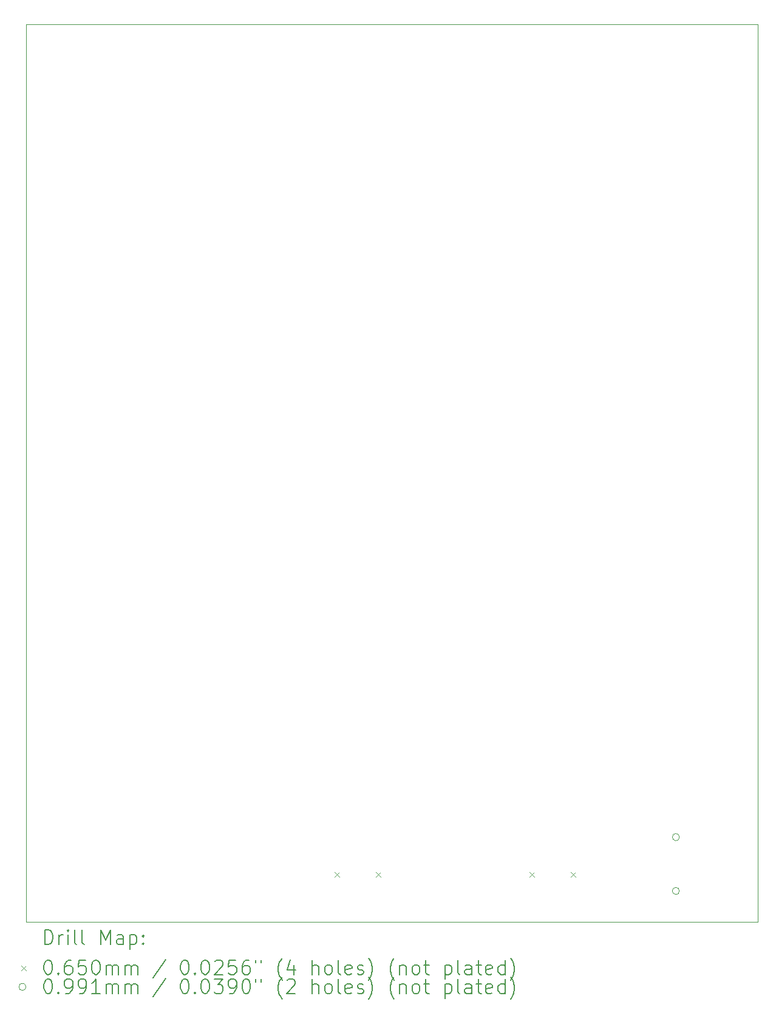
<source format=gbr>
%TF.GenerationSoftware,KiCad,Pcbnew,8.0.4*%
%TF.CreationDate,2025-02-20T16:09:42-05:00*%
%TF.ProjectId,Radiation2,52616469-6174-4696-9f6e-322e6b696361,rev?*%
%TF.SameCoordinates,Original*%
%TF.FileFunction,Drillmap*%
%TF.FilePolarity,Positive*%
%FSLAX45Y45*%
G04 Gerber Fmt 4.5, Leading zero omitted, Abs format (unit mm)*
G04 Created by KiCad (PCBNEW 8.0.4) date 2025-02-20 16:09:42*
%MOMM*%
%LPD*%
G01*
G04 APERTURE LIST*
%ADD10C,0.050000*%
%ADD11C,0.200000*%
%ADD12C,0.100000*%
G04 APERTURE END LIST*
D10*
X3720000Y-6190000D02*
X13920000Y-6190000D01*
X13920000Y-18690000D01*
X3720000Y-18690000D01*
X3720000Y-6190000D01*
D11*
D12*
X8020750Y-17999500D02*
X8085750Y-18064500D01*
X8085750Y-17999500D02*
X8020750Y-18064500D01*
X8598750Y-17999500D02*
X8663750Y-18064500D01*
X8663750Y-17999500D02*
X8598750Y-18064500D01*
X10738500Y-17999500D02*
X10803500Y-18064500D01*
X10803500Y-17999500D02*
X10738500Y-18064500D01*
X11316500Y-17999500D02*
X11381500Y-18064500D01*
X11381500Y-17999500D02*
X11316500Y-18064500D01*
X12829530Y-17510000D02*
G75*
G02*
X12730470Y-17510000I-49530J0D01*
G01*
X12730470Y-17510000D02*
G75*
G02*
X12829530Y-17510000I49530J0D01*
G01*
X12829530Y-18260000D02*
G75*
G02*
X12730470Y-18260000I-49530J0D01*
G01*
X12730470Y-18260000D02*
G75*
G02*
X12829530Y-18260000I49530J0D01*
G01*
D11*
X3978277Y-19003984D02*
X3978277Y-18803984D01*
X3978277Y-18803984D02*
X4025896Y-18803984D01*
X4025896Y-18803984D02*
X4054467Y-18813508D01*
X4054467Y-18813508D02*
X4073515Y-18832555D01*
X4073515Y-18832555D02*
X4083039Y-18851603D01*
X4083039Y-18851603D02*
X4092562Y-18889698D01*
X4092562Y-18889698D02*
X4092562Y-18918270D01*
X4092562Y-18918270D02*
X4083039Y-18956365D01*
X4083039Y-18956365D02*
X4073515Y-18975412D01*
X4073515Y-18975412D02*
X4054467Y-18994460D01*
X4054467Y-18994460D02*
X4025896Y-19003984D01*
X4025896Y-19003984D02*
X3978277Y-19003984D01*
X4178277Y-19003984D02*
X4178277Y-18870650D01*
X4178277Y-18908746D02*
X4187801Y-18889698D01*
X4187801Y-18889698D02*
X4197324Y-18880174D01*
X4197324Y-18880174D02*
X4216372Y-18870650D01*
X4216372Y-18870650D02*
X4235420Y-18870650D01*
X4302086Y-19003984D02*
X4302086Y-18870650D01*
X4302086Y-18803984D02*
X4292563Y-18813508D01*
X4292563Y-18813508D02*
X4302086Y-18823031D01*
X4302086Y-18823031D02*
X4311610Y-18813508D01*
X4311610Y-18813508D02*
X4302086Y-18803984D01*
X4302086Y-18803984D02*
X4302086Y-18823031D01*
X4425896Y-19003984D02*
X4406848Y-18994460D01*
X4406848Y-18994460D02*
X4397324Y-18975412D01*
X4397324Y-18975412D02*
X4397324Y-18803984D01*
X4530658Y-19003984D02*
X4511610Y-18994460D01*
X4511610Y-18994460D02*
X4502086Y-18975412D01*
X4502086Y-18975412D02*
X4502086Y-18803984D01*
X4759229Y-19003984D02*
X4759229Y-18803984D01*
X4759229Y-18803984D02*
X4825896Y-18946841D01*
X4825896Y-18946841D02*
X4892563Y-18803984D01*
X4892563Y-18803984D02*
X4892563Y-19003984D01*
X5073515Y-19003984D02*
X5073515Y-18899222D01*
X5073515Y-18899222D02*
X5063991Y-18880174D01*
X5063991Y-18880174D02*
X5044944Y-18870650D01*
X5044944Y-18870650D02*
X5006848Y-18870650D01*
X5006848Y-18870650D02*
X4987801Y-18880174D01*
X5073515Y-18994460D02*
X5054467Y-19003984D01*
X5054467Y-19003984D02*
X5006848Y-19003984D01*
X5006848Y-19003984D02*
X4987801Y-18994460D01*
X4987801Y-18994460D02*
X4978277Y-18975412D01*
X4978277Y-18975412D02*
X4978277Y-18956365D01*
X4978277Y-18956365D02*
X4987801Y-18937317D01*
X4987801Y-18937317D02*
X5006848Y-18927793D01*
X5006848Y-18927793D02*
X5054467Y-18927793D01*
X5054467Y-18927793D02*
X5073515Y-18918270D01*
X5168753Y-18870650D02*
X5168753Y-19070650D01*
X5168753Y-18880174D02*
X5187801Y-18870650D01*
X5187801Y-18870650D02*
X5225896Y-18870650D01*
X5225896Y-18870650D02*
X5244944Y-18880174D01*
X5244944Y-18880174D02*
X5254467Y-18889698D01*
X5254467Y-18889698D02*
X5263991Y-18908746D01*
X5263991Y-18908746D02*
X5263991Y-18965889D01*
X5263991Y-18965889D02*
X5254467Y-18984936D01*
X5254467Y-18984936D02*
X5244944Y-18994460D01*
X5244944Y-18994460D02*
X5225896Y-19003984D01*
X5225896Y-19003984D02*
X5187801Y-19003984D01*
X5187801Y-19003984D02*
X5168753Y-18994460D01*
X5349705Y-18984936D02*
X5359229Y-18994460D01*
X5359229Y-18994460D02*
X5349705Y-19003984D01*
X5349705Y-19003984D02*
X5340182Y-18994460D01*
X5340182Y-18994460D02*
X5349705Y-18984936D01*
X5349705Y-18984936D02*
X5349705Y-19003984D01*
X5349705Y-18880174D02*
X5359229Y-18889698D01*
X5359229Y-18889698D02*
X5349705Y-18899222D01*
X5349705Y-18899222D02*
X5340182Y-18889698D01*
X5340182Y-18889698D02*
X5349705Y-18880174D01*
X5349705Y-18880174D02*
X5349705Y-18899222D01*
D12*
X3652500Y-19300000D02*
X3717500Y-19365000D01*
X3717500Y-19300000D02*
X3652500Y-19365000D01*
D11*
X4016372Y-19223984D02*
X4035420Y-19223984D01*
X4035420Y-19223984D02*
X4054467Y-19233508D01*
X4054467Y-19233508D02*
X4063991Y-19243031D01*
X4063991Y-19243031D02*
X4073515Y-19262079D01*
X4073515Y-19262079D02*
X4083039Y-19300174D01*
X4083039Y-19300174D02*
X4083039Y-19347793D01*
X4083039Y-19347793D02*
X4073515Y-19385889D01*
X4073515Y-19385889D02*
X4063991Y-19404936D01*
X4063991Y-19404936D02*
X4054467Y-19414460D01*
X4054467Y-19414460D02*
X4035420Y-19423984D01*
X4035420Y-19423984D02*
X4016372Y-19423984D01*
X4016372Y-19423984D02*
X3997324Y-19414460D01*
X3997324Y-19414460D02*
X3987801Y-19404936D01*
X3987801Y-19404936D02*
X3978277Y-19385889D01*
X3978277Y-19385889D02*
X3968753Y-19347793D01*
X3968753Y-19347793D02*
X3968753Y-19300174D01*
X3968753Y-19300174D02*
X3978277Y-19262079D01*
X3978277Y-19262079D02*
X3987801Y-19243031D01*
X3987801Y-19243031D02*
X3997324Y-19233508D01*
X3997324Y-19233508D02*
X4016372Y-19223984D01*
X4168753Y-19404936D02*
X4178277Y-19414460D01*
X4178277Y-19414460D02*
X4168753Y-19423984D01*
X4168753Y-19423984D02*
X4159229Y-19414460D01*
X4159229Y-19414460D02*
X4168753Y-19404936D01*
X4168753Y-19404936D02*
X4168753Y-19423984D01*
X4349705Y-19223984D02*
X4311610Y-19223984D01*
X4311610Y-19223984D02*
X4292563Y-19233508D01*
X4292563Y-19233508D02*
X4283039Y-19243031D01*
X4283039Y-19243031D02*
X4263991Y-19271603D01*
X4263991Y-19271603D02*
X4254467Y-19309698D01*
X4254467Y-19309698D02*
X4254467Y-19385889D01*
X4254467Y-19385889D02*
X4263991Y-19404936D01*
X4263991Y-19404936D02*
X4273515Y-19414460D01*
X4273515Y-19414460D02*
X4292563Y-19423984D01*
X4292563Y-19423984D02*
X4330658Y-19423984D01*
X4330658Y-19423984D02*
X4349705Y-19414460D01*
X4349705Y-19414460D02*
X4359229Y-19404936D01*
X4359229Y-19404936D02*
X4368753Y-19385889D01*
X4368753Y-19385889D02*
X4368753Y-19338270D01*
X4368753Y-19338270D02*
X4359229Y-19319222D01*
X4359229Y-19319222D02*
X4349705Y-19309698D01*
X4349705Y-19309698D02*
X4330658Y-19300174D01*
X4330658Y-19300174D02*
X4292563Y-19300174D01*
X4292563Y-19300174D02*
X4273515Y-19309698D01*
X4273515Y-19309698D02*
X4263991Y-19319222D01*
X4263991Y-19319222D02*
X4254467Y-19338270D01*
X4549705Y-19223984D02*
X4454467Y-19223984D01*
X4454467Y-19223984D02*
X4444944Y-19319222D01*
X4444944Y-19319222D02*
X4454467Y-19309698D01*
X4454467Y-19309698D02*
X4473515Y-19300174D01*
X4473515Y-19300174D02*
X4521134Y-19300174D01*
X4521134Y-19300174D02*
X4540182Y-19309698D01*
X4540182Y-19309698D02*
X4549705Y-19319222D01*
X4549705Y-19319222D02*
X4559229Y-19338270D01*
X4559229Y-19338270D02*
X4559229Y-19385889D01*
X4559229Y-19385889D02*
X4549705Y-19404936D01*
X4549705Y-19404936D02*
X4540182Y-19414460D01*
X4540182Y-19414460D02*
X4521134Y-19423984D01*
X4521134Y-19423984D02*
X4473515Y-19423984D01*
X4473515Y-19423984D02*
X4454467Y-19414460D01*
X4454467Y-19414460D02*
X4444944Y-19404936D01*
X4683039Y-19223984D02*
X4702086Y-19223984D01*
X4702086Y-19223984D02*
X4721134Y-19233508D01*
X4721134Y-19233508D02*
X4730658Y-19243031D01*
X4730658Y-19243031D02*
X4740182Y-19262079D01*
X4740182Y-19262079D02*
X4749705Y-19300174D01*
X4749705Y-19300174D02*
X4749705Y-19347793D01*
X4749705Y-19347793D02*
X4740182Y-19385889D01*
X4740182Y-19385889D02*
X4730658Y-19404936D01*
X4730658Y-19404936D02*
X4721134Y-19414460D01*
X4721134Y-19414460D02*
X4702086Y-19423984D01*
X4702086Y-19423984D02*
X4683039Y-19423984D01*
X4683039Y-19423984D02*
X4663991Y-19414460D01*
X4663991Y-19414460D02*
X4654467Y-19404936D01*
X4654467Y-19404936D02*
X4644944Y-19385889D01*
X4644944Y-19385889D02*
X4635420Y-19347793D01*
X4635420Y-19347793D02*
X4635420Y-19300174D01*
X4635420Y-19300174D02*
X4644944Y-19262079D01*
X4644944Y-19262079D02*
X4654467Y-19243031D01*
X4654467Y-19243031D02*
X4663991Y-19233508D01*
X4663991Y-19233508D02*
X4683039Y-19223984D01*
X4835420Y-19423984D02*
X4835420Y-19290650D01*
X4835420Y-19309698D02*
X4844944Y-19300174D01*
X4844944Y-19300174D02*
X4863991Y-19290650D01*
X4863991Y-19290650D02*
X4892563Y-19290650D01*
X4892563Y-19290650D02*
X4911610Y-19300174D01*
X4911610Y-19300174D02*
X4921134Y-19319222D01*
X4921134Y-19319222D02*
X4921134Y-19423984D01*
X4921134Y-19319222D02*
X4930658Y-19300174D01*
X4930658Y-19300174D02*
X4949705Y-19290650D01*
X4949705Y-19290650D02*
X4978277Y-19290650D01*
X4978277Y-19290650D02*
X4997325Y-19300174D01*
X4997325Y-19300174D02*
X5006848Y-19319222D01*
X5006848Y-19319222D02*
X5006848Y-19423984D01*
X5102086Y-19423984D02*
X5102086Y-19290650D01*
X5102086Y-19309698D02*
X5111610Y-19300174D01*
X5111610Y-19300174D02*
X5130658Y-19290650D01*
X5130658Y-19290650D02*
X5159229Y-19290650D01*
X5159229Y-19290650D02*
X5178277Y-19300174D01*
X5178277Y-19300174D02*
X5187801Y-19319222D01*
X5187801Y-19319222D02*
X5187801Y-19423984D01*
X5187801Y-19319222D02*
X5197325Y-19300174D01*
X5197325Y-19300174D02*
X5216372Y-19290650D01*
X5216372Y-19290650D02*
X5244944Y-19290650D01*
X5244944Y-19290650D02*
X5263991Y-19300174D01*
X5263991Y-19300174D02*
X5273515Y-19319222D01*
X5273515Y-19319222D02*
X5273515Y-19423984D01*
X5663991Y-19214460D02*
X5492563Y-19471603D01*
X5921134Y-19223984D02*
X5940182Y-19223984D01*
X5940182Y-19223984D02*
X5959229Y-19233508D01*
X5959229Y-19233508D02*
X5968753Y-19243031D01*
X5968753Y-19243031D02*
X5978277Y-19262079D01*
X5978277Y-19262079D02*
X5987801Y-19300174D01*
X5987801Y-19300174D02*
X5987801Y-19347793D01*
X5987801Y-19347793D02*
X5978277Y-19385889D01*
X5978277Y-19385889D02*
X5968753Y-19404936D01*
X5968753Y-19404936D02*
X5959229Y-19414460D01*
X5959229Y-19414460D02*
X5940182Y-19423984D01*
X5940182Y-19423984D02*
X5921134Y-19423984D01*
X5921134Y-19423984D02*
X5902086Y-19414460D01*
X5902086Y-19414460D02*
X5892563Y-19404936D01*
X5892563Y-19404936D02*
X5883039Y-19385889D01*
X5883039Y-19385889D02*
X5873515Y-19347793D01*
X5873515Y-19347793D02*
X5873515Y-19300174D01*
X5873515Y-19300174D02*
X5883039Y-19262079D01*
X5883039Y-19262079D02*
X5892563Y-19243031D01*
X5892563Y-19243031D02*
X5902086Y-19233508D01*
X5902086Y-19233508D02*
X5921134Y-19223984D01*
X6073515Y-19404936D02*
X6083039Y-19414460D01*
X6083039Y-19414460D02*
X6073515Y-19423984D01*
X6073515Y-19423984D02*
X6063991Y-19414460D01*
X6063991Y-19414460D02*
X6073515Y-19404936D01*
X6073515Y-19404936D02*
X6073515Y-19423984D01*
X6206848Y-19223984D02*
X6225896Y-19223984D01*
X6225896Y-19223984D02*
X6244944Y-19233508D01*
X6244944Y-19233508D02*
X6254467Y-19243031D01*
X6254467Y-19243031D02*
X6263991Y-19262079D01*
X6263991Y-19262079D02*
X6273515Y-19300174D01*
X6273515Y-19300174D02*
X6273515Y-19347793D01*
X6273515Y-19347793D02*
X6263991Y-19385889D01*
X6263991Y-19385889D02*
X6254467Y-19404936D01*
X6254467Y-19404936D02*
X6244944Y-19414460D01*
X6244944Y-19414460D02*
X6225896Y-19423984D01*
X6225896Y-19423984D02*
X6206848Y-19423984D01*
X6206848Y-19423984D02*
X6187801Y-19414460D01*
X6187801Y-19414460D02*
X6178277Y-19404936D01*
X6178277Y-19404936D02*
X6168753Y-19385889D01*
X6168753Y-19385889D02*
X6159229Y-19347793D01*
X6159229Y-19347793D02*
X6159229Y-19300174D01*
X6159229Y-19300174D02*
X6168753Y-19262079D01*
X6168753Y-19262079D02*
X6178277Y-19243031D01*
X6178277Y-19243031D02*
X6187801Y-19233508D01*
X6187801Y-19233508D02*
X6206848Y-19223984D01*
X6349706Y-19243031D02*
X6359229Y-19233508D01*
X6359229Y-19233508D02*
X6378277Y-19223984D01*
X6378277Y-19223984D02*
X6425896Y-19223984D01*
X6425896Y-19223984D02*
X6444944Y-19233508D01*
X6444944Y-19233508D02*
X6454467Y-19243031D01*
X6454467Y-19243031D02*
X6463991Y-19262079D01*
X6463991Y-19262079D02*
X6463991Y-19281127D01*
X6463991Y-19281127D02*
X6454467Y-19309698D01*
X6454467Y-19309698D02*
X6340182Y-19423984D01*
X6340182Y-19423984D02*
X6463991Y-19423984D01*
X6644944Y-19223984D02*
X6549706Y-19223984D01*
X6549706Y-19223984D02*
X6540182Y-19319222D01*
X6540182Y-19319222D02*
X6549706Y-19309698D01*
X6549706Y-19309698D02*
X6568753Y-19300174D01*
X6568753Y-19300174D02*
X6616372Y-19300174D01*
X6616372Y-19300174D02*
X6635420Y-19309698D01*
X6635420Y-19309698D02*
X6644944Y-19319222D01*
X6644944Y-19319222D02*
X6654467Y-19338270D01*
X6654467Y-19338270D02*
X6654467Y-19385889D01*
X6654467Y-19385889D02*
X6644944Y-19404936D01*
X6644944Y-19404936D02*
X6635420Y-19414460D01*
X6635420Y-19414460D02*
X6616372Y-19423984D01*
X6616372Y-19423984D02*
X6568753Y-19423984D01*
X6568753Y-19423984D02*
X6549706Y-19414460D01*
X6549706Y-19414460D02*
X6540182Y-19404936D01*
X6825896Y-19223984D02*
X6787801Y-19223984D01*
X6787801Y-19223984D02*
X6768753Y-19233508D01*
X6768753Y-19233508D02*
X6759229Y-19243031D01*
X6759229Y-19243031D02*
X6740182Y-19271603D01*
X6740182Y-19271603D02*
X6730658Y-19309698D01*
X6730658Y-19309698D02*
X6730658Y-19385889D01*
X6730658Y-19385889D02*
X6740182Y-19404936D01*
X6740182Y-19404936D02*
X6749706Y-19414460D01*
X6749706Y-19414460D02*
X6768753Y-19423984D01*
X6768753Y-19423984D02*
X6806848Y-19423984D01*
X6806848Y-19423984D02*
X6825896Y-19414460D01*
X6825896Y-19414460D02*
X6835420Y-19404936D01*
X6835420Y-19404936D02*
X6844944Y-19385889D01*
X6844944Y-19385889D02*
X6844944Y-19338270D01*
X6844944Y-19338270D02*
X6835420Y-19319222D01*
X6835420Y-19319222D02*
X6825896Y-19309698D01*
X6825896Y-19309698D02*
X6806848Y-19300174D01*
X6806848Y-19300174D02*
X6768753Y-19300174D01*
X6768753Y-19300174D02*
X6749706Y-19309698D01*
X6749706Y-19309698D02*
X6740182Y-19319222D01*
X6740182Y-19319222D02*
X6730658Y-19338270D01*
X6921134Y-19223984D02*
X6921134Y-19262079D01*
X6997325Y-19223984D02*
X6997325Y-19262079D01*
X7292563Y-19500174D02*
X7283039Y-19490650D01*
X7283039Y-19490650D02*
X7263991Y-19462079D01*
X7263991Y-19462079D02*
X7254468Y-19443031D01*
X7254468Y-19443031D02*
X7244944Y-19414460D01*
X7244944Y-19414460D02*
X7235420Y-19366841D01*
X7235420Y-19366841D02*
X7235420Y-19328746D01*
X7235420Y-19328746D02*
X7244944Y-19281127D01*
X7244944Y-19281127D02*
X7254468Y-19252555D01*
X7254468Y-19252555D02*
X7263991Y-19233508D01*
X7263991Y-19233508D02*
X7283039Y-19204936D01*
X7283039Y-19204936D02*
X7292563Y-19195412D01*
X7454468Y-19290650D02*
X7454468Y-19423984D01*
X7406848Y-19214460D02*
X7359229Y-19357317D01*
X7359229Y-19357317D02*
X7483039Y-19357317D01*
X7711610Y-19423984D02*
X7711610Y-19223984D01*
X7797325Y-19423984D02*
X7797325Y-19319222D01*
X7797325Y-19319222D02*
X7787801Y-19300174D01*
X7787801Y-19300174D02*
X7768753Y-19290650D01*
X7768753Y-19290650D02*
X7740182Y-19290650D01*
X7740182Y-19290650D02*
X7721134Y-19300174D01*
X7721134Y-19300174D02*
X7711610Y-19309698D01*
X7921134Y-19423984D02*
X7902087Y-19414460D01*
X7902087Y-19414460D02*
X7892563Y-19404936D01*
X7892563Y-19404936D02*
X7883039Y-19385889D01*
X7883039Y-19385889D02*
X7883039Y-19328746D01*
X7883039Y-19328746D02*
X7892563Y-19309698D01*
X7892563Y-19309698D02*
X7902087Y-19300174D01*
X7902087Y-19300174D02*
X7921134Y-19290650D01*
X7921134Y-19290650D02*
X7949706Y-19290650D01*
X7949706Y-19290650D02*
X7968753Y-19300174D01*
X7968753Y-19300174D02*
X7978277Y-19309698D01*
X7978277Y-19309698D02*
X7987801Y-19328746D01*
X7987801Y-19328746D02*
X7987801Y-19385889D01*
X7987801Y-19385889D02*
X7978277Y-19404936D01*
X7978277Y-19404936D02*
X7968753Y-19414460D01*
X7968753Y-19414460D02*
X7949706Y-19423984D01*
X7949706Y-19423984D02*
X7921134Y-19423984D01*
X8102087Y-19423984D02*
X8083039Y-19414460D01*
X8083039Y-19414460D02*
X8073515Y-19395412D01*
X8073515Y-19395412D02*
X8073515Y-19223984D01*
X8254468Y-19414460D02*
X8235420Y-19423984D01*
X8235420Y-19423984D02*
X8197325Y-19423984D01*
X8197325Y-19423984D02*
X8178277Y-19414460D01*
X8178277Y-19414460D02*
X8168753Y-19395412D01*
X8168753Y-19395412D02*
X8168753Y-19319222D01*
X8168753Y-19319222D02*
X8178277Y-19300174D01*
X8178277Y-19300174D02*
X8197325Y-19290650D01*
X8197325Y-19290650D02*
X8235420Y-19290650D01*
X8235420Y-19290650D02*
X8254468Y-19300174D01*
X8254468Y-19300174D02*
X8263991Y-19319222D01*
X8263991Y-19319222D02*
X8263991Y-19338270D01*
X8263991Y-19338270D02*
X8168753Y-19357317D01*
X8340182Y-19414460D02*
X8359230Y-19423984D01*
X8359230Y-19423984D02*
X8397325Y-19423984D01*
X8397325Y-19423984D02*
X8416373Y-19414460D01*
X8416373Y-19414460D02*
X8425896Y-19395412D01*
X8425896Y-19395412D02*
X8425896Y-19385889D01*
X8425896Y-19385889D02*
X8416373Y-19366841D01*
X8416373Y-19366841D02*
X8397325Y-19357317D01*
X8397325Y-19357317D02*
X8368753Y-19357317D01*
X8368753Y-19357317D02*
X8349706Y-19347793D01*
X8349706Y-19347793D02*
X8340182Y-19328746D01*
X8340182Y-19328746D02*
X8340182Y-19319222D01*
X8340182Y-19319222D02*
X8349706Y-19300174D01*
X8349706Y-19300174D02*
X8368753Y-19290650D01*
X8368753Y-19290650D02*
X8397325Y-19290650D01*
X8397325Y-19290650D02*
X8416373Y-19300174D01*
X8492563Y-19500174D02*
X8502087Y-19490650D01*
X8502087Y-19490650D02*
X8521134Y-19462079D01*
X8521134Y-19462079D02*
X8530658Y-19443031D01*
X8530658Y-19443031D02*
X8540182Y-19414460D01*
X8540182Y-19414460D02*
X8549706Y-19366841D01*
X8549706Y-19366841D02*
X8549706Y-19328746D01*
X8549706Y-19328746D02*
X8540182Y-19281127D01*
X8540182Y-19281127D02*
X8530658Y-19252555D01*
X8530658Y-19252555D02*
X8521134Y-19233508D01*
X8521134Y-19233508D02*
X8502087Y-19204936D01*
X8502087Y-19204936D02*
X8492563Y-19195412D01*
X8854468Y-19500174D02*
X8844944Y-19490650D01*
X8844944Y-19490650D02*
X8825896Y-19462079D01*
X8825896Y-19462079D02*
X8816373Y-19443031D01*
X8816373Y-19443031D02*
X8806849Y-19414460D01*
X8806849Y-19414460D02*
X8797325Y-19366841D01*
X8797325Y-19366841D02*
X8797325Y-19328746D01*
X8797325Y-19328746D02*
X8806849Y-19281127D01*
X8806849Y-19281127D02*
X8816373Y-19252555D01*
X8816373Y-19252555D02*
X8825896Y-19233508D01*
X8825896Y-19233508D02*
X8844944Y-19204936D01*
X8844944Y-19204936D02*
X8854468Y-19195412D01*
X8930658Y-19290650D02*
X8930658Y-19423984D01*
X8930658Y-19309698D02*
X8940182Y-19300174D01*
X8940182Y-19300174D02*
X8959230Y-19290650D01*
X8959230Y-19290650D02*
X8987801Y-19290650D01*
X8987801Y-19290650D02*
X9006849Y-19300174D01*
X9006849Y-19300174D02*
X9016373Y-19319222D01*
X9016373Y-19319222D02*
X9016373Y-19423984D01*
X9140182Y-19423984D02*
X9121134Y-19414460D01*
X9121134Y-19414460D02*
X9111611Y-19404936D01*
X9111611Y-19404936D02*
X9102087Y-19385889D01*
X9102087Y-19385889D02*
X9102087Y-19328746D01*
X9102087Y-19328746D02*
X9111611Y-19309698D01*
X9111611Y-19309698D02*
X9121134Y-19300174D01*
X9121134Y-19300174D02*
X9140182Y-19290650D01*
X9140182Y-19290650D02*
X9168754Y-19290650D01*
X9168754Y-19290650D02*
X9187801Y-19300174D01*
X9187801Y-19300174D02*
X9197325Y-19309698D01*
X9197325Y-19309698D02*
X9206849Y-19328746D01*
X9206849Y-19328746D02*
X9206849Y-19385889D01*
X9206849Y-19385889D02*
X9197325Y-19404936D01*
X9197325Y-19404936D02*
X9187801Y-19414460D01*
X9187801Y-19414460D02*
X9168754Y-19423984D01*
X9168754Y-19423984D02*
X9140182Y-19423984D01*
X9263992Y-19290650D02*
X9340182Y-19290650D01*
X9292563Y-19223984D02*
X9292563Y-19395412D01*
X9292563Y-19395412D02*
X9302087Y-19414460D01*
X9302087Y-19414460D02*
X9321134Y-19423984D01*
X9321134Y-19423984D02*
X9340182Y-19423984D01*
X9559230Y-19290650D02*
X9559230Y-19490650D01*
X9559230Y-19300174D02*
X9578277Y-19290650D01*
X9578277Y-19290650D02*
X9616373Y-19290650D01*
X9616373Y-19290650D02*
X9635420Y-19300174D01*
X9635420Y-19300174D02*
X9644944Y-19309698D01*
X9644944Y-19309698D02*
X9654468Y-19328746D01*
X9654468Y-19328746D02*
X9654468Y-19385889D01*
X9654468Y-19385889D02*
X9644944Y-19404936D01*
X9644944Y-19404936D02*
X9635420Y-19414460D01*
X9635420Y-19414460D02*
X9616373Y-19423984D01*
X9616373Y-19423984D02*
X9578277Y-19423984D01*
X9578277Y-19423984D02*
X9559230Y-19414460D01*
X9768754Y-19423984D02*
X9749706Y-19414460D01*
X9749706Y-19414460D02*
X9740182Y-19395412D01*
X9740182Y-19395412D02*
X9740182Y-19223984D01*
X9930658Y-19423984D02*
X9930658Y-19319222D01*
X9930658Y-19319222D02*
X9921135Y-19300174D01*
X9921135Y-19300174D02*
X9902087Y-19290650D01*
X9902087Y-19290650D02*
X9863992Y-19290650D01*
X9863992Y-19290650D02*
X9844944Y-19300174D01*
X9930658Y-19414460D02*
X9911611Y-19423984D01*
X9911611Y-19423984D02*
X9863992Y-19423984D01*
X9863992Y-19423984D02*
X9844944Y-19414460D01*
X9844944Y-19414460D02*
X9835420Y-19395412D01*
X9835420Y-19395412D02*
X9835420Y-19376365D01*
X9835420Y-19376365D02*
X9844944Y-19357317D01*
X9844944Y-19357317D02*
X9863992Y-19347793D01*
X9863992Y-19347793D02*
X9911611Y-19347793D01*
X9911611Y-19347793D02*
X9930658Y-19338270D01*
X9997325Y-19290650D02*
X10073515Y-19290650D01*
X10025896Y-19223984D02*
X10025896Y-19395412D01*
X10025896Y-19395412D02*
X10035420Y-19414460D01*
X10035420Y-19414460D02*
X10054468Y-19423984D01*
X10054468Y-19423984D02*
X10073515Y-19423984D01*
X10216373Y-19414460D02*
X10197325Y-19423984D01*
X10197325Y-19423984D02*
X10159230Y-19423984D01*
X10159230Y-19423984D02*
X10140182Y-19414460D01*
X10140182Y-19414460D02*
X10130658Y-19395412D01*
X10130658Y-19395412D02*
X10130658Y-19319222D01*
X10130658Y-19319222D02*
X10140182Y-19300174D01*
X10140182Y-19300174D02*
X10159230Y-19290650D01*
X10159230Y-19290650D02*
X10197325Y-19290650D01*
X10197325Y-19290650D02*
X10216373Y-19300174D01*
X10216373Y-19300174D02*
X10225896Y-19319222D01*
X10225896Y-19319222D02*
X10225896Y-19338270D01*
X10225896Y-19338270D02*
X10130658Y-19357317D01*
X10397325Y-19423984D02*
X10397325Y-19223984D01*
X10397325Y-19414460D02*
X10378277Y-19423984D01*
X10378277Y-19423984D02*
X10340182Y-19423984D01*
X10340182Y-19423984D02*
X10321135Y-19414460D01*
X10321135Y-19414460D02*
X10311611Y-19404936D01*
X10311611Y-19404936D02*
X10302087Y-19385889D01*
X10302087Y-19385889D02*
X10302087Y-19328746D01*
X10302087Y-19328746D02*
X10311611Y-19309698D01*
X10311611Y-19309698D02*
X10321135Y-19300174D01*
X10321135Y-19300174D02*
X10340182Y-19290650D01*
X10340182Y-19290650D02*
X10378277Y-19290650D01*
X10378277Y-19290650D02*
X10397325Y-19300174D01*
X10473516Y-19500174D02*
X10483039Y-19490650D01*
X10483039Y-19490650D02*
X10502087Y-19462079D01*
X10502087Y-19462079D02*
X10511611Y-19443031D01*
X10511611Y-19443031D02*
X10521135Y-19414460D01*
X10521135Y-19414460D02*
X10530658Y-19366841D01*
X10530658Y-19366841D02*
X10530658Y-19328746D01*
X10530658Y-19328746D02*
X10521135Y-19281127D01*
X10521135Y-19281127D02*
X10511611Y-19252555D01*
X10511611Y-19252555D02*
X10502087Y-19233508D01*
X10502087Y-19233508D02*
X10483039Y-19204936D01*
X10483039Y-19204936D02*
X10473516Y-19195412D01*
D12*
X3717500Y-19596500D02*
G75*
G02*
X3618440Y-19596500I-49530J0D01*
G01*
X3618440Y-19596500D02*
G75*
G02*
X3717500Y-19596500I49530J0D01*
G01*
D11*
X4016372Y-19487984D02*
X4035420Y-19487984D01*
X4035420Y-19487984D02*
X4054467Y-19497508D01*
X4054467Y-19497508D02*
X4063991Y-19507031D01*
X4063991Y-19507031D02*
X4073515Y-19526079D01*
X4073515Y-19526079D02*
X4083039Y-19564174D01*
X4083039Y-19564174D02*
X4083039Y-19611793D01*
X4083039Y-19611793D02*
X4073515Y-19649889D01*
X4073515Y-19649889D02*
X4063991Y-19668936D01*
X4063991Y-19668936D02*
X4054467Y-19678460D01*
X4054467Y-19678460D02*
X4035420Y-19687984D01*
X4035420Y-19687984D02*
X4016372Y-19687984D01*
X4016372Y-19687984D02*
X3997324Y-19678460D01*
X3997324Y-19678460D02*
X3987801Y-19668936D01*
X3987801Y-19668936D02*
X3978277Y-19649889D01*
X3978277Y-19649889D02*
X3968753Y-19611793D01*
X3968753Y-19611793D02*
X3968753Y-19564174D01*
X3968753Y-19564174D02*
X3978277Y-19526079D01*
X3978277Y-19526079D02*
X3987801Y-19507031D01*
X3987801Y-19507031D02*
X3997324Y-19497508D01*
X3997324Y-19497508D02*
X4016372Y-19487984D01*
X4168753Y-19668936D02*
X4178277Y-19678460D01*
X4178277Y-19678460D02*
X4168753Y-19687984D01*
X4168753Y-19687984D02*
X4159229Y-19678460D01*
X4159229Y-19678460D02*
X4168753Y-19668936D01*
X4168753Y-19668936D02*
X4168753Y-19687984D01*
X4273515Y-19687984D02*
X4311610Y-19687984D01*
X4311610Y-19687984D02*
X4330658Y-19678460D01*
X4330658Y-19678460D02*
X4340182Y-19668936D01*
X4340182Y-19668936D02*
X4359229Y-19640365D01*
X4359229Y-19640365D02*
X4368753Y-19602270D01*
X4368753Y-19602270D02*
X4368753Y-19526079D01*
X4368753Y-19526079D02*
X4359229Y-19507031D01*
X4359229Y-19507031D02*
X4349705Y-19497508D01*
X4349705Y-19497508D02*
X4330658Y-19487984D01*
X4330658Y-19487984D02*
X4292563Y-19487984D01*
X4292563Y-19487984D02*
X4273515Y-19497508D01*
X4273515Y-19497508D02*
X4263991Y-19507031D01*
X4263991Y-19507031D02*
X4254467Y-19526079D01*
X4254467Y-19526079D02*
X4254467Y-19573698D01*
X4254467Y-19573698D02*
X4263991Y-19592746D01*
X4263991Y-19592746D02*
X4273515Y-19602270D01*
X4273515Y-19602270D02*
X4292563Y-19611793D01*
X4292563Y-19611793D02*
X4330658Y-19611793D01*
X4330658Y-19611793D02*
X4349705Y-19602270D01*
X4349705Y-19602270D02*
X4359229Y-19592746D01*
X4359229Y-19592746D02*
X4368753Y-19573698D01*
X4463991Y-19687984D02*
X4502086Y-19687984D01*
X4502086Y-19687984D02*
X4521134Y-19678460D01*
X4521134Y-19678460D02*
X4530658Y-19668936D01*
X4530658Y-19668936D02*
X4549705Y-19640365D01*
X4549705Y-19640365D02*
X4559229Y-19602270D01*
X4559229Y-19602270D02*
X4559229Y-19526079D01*
X4559229Y-19526079D02*
X4549705Y-19507031D01*
X4549705Y-19507031D02*
X4540182Y-19497508D01*
X4540182Y-19497508D02*
X4521134Y-19487984D01*
X4521134Y-19487984D02*
X4483039Y-19487984D01*
X4483039Y-19487984D02*
X4463991Y-19497508D01*
X4463991Y-19497508D02*
X4454467Y-19507031D01*
X4454467Y-19507031D02*
X4444944Y-19526079D01*
X4444944Y-19526079D02*
X4444944Y-19573698D01*
X4444944Y-19573698D02*
X4454467Y-19592746D01*
X4454467Y-19592746D02*
X4463991Y-19602270D01*
X4463991Y-19602270D02*
X4483039Y-19611793D01*
X4483039Y-19611793D02*
X4521134Y-19611793D01*
X4521134Y-19611793D02*
X4540182Y-19602270D01*
X4540182Y-19602270D02*
X4549705Y-19592746D01*
X4549705Y-19592746D02*
X4559229Y-19573698D01*
X4749705Y-19687984D02*
X4635420Y-19687984D01*
X4692563Y-19687984D02*
X4692563Y-19487984D01*
X4692563Y-19487984D02*
X4673515Y-19516555D01*
X4673515Y-19516555D02*
X4654467Y-19535603D01*
X4654467Y-19535603D02*
X4635420Y-19545127D01*
X4835420Y-19687984D02*
X4835420Y-19554650D01*
X4835420Y-19573698D02*
X4844944Y-19564174D01*
X4844944Y-19564174D02*
X4863991Y-19554650D01*
X4863991Y-19554650D02*
X4892563Y-19554650D01*
X4892563Y-19554650D02*
X4911610Y-19564174D01*
X4911610Y-19564174D02*
X4921134Y-19583222D01*
X4921134Y-19583222D02*
X4921134Y-19687984D01*
X4921134Y-19583222D02*
X4930658Y-19564174D01*
X4930658Y-19564174D02*
X4949705Y-19554650D01*
X4949705Y-19554650D02*
X4978277Y-19554650D01*
X4978277Y-19554650D02*
X4997325Y-19564174D01*
X4997325Y-19564174D02*
X5006848Y-19583222D01*
X5006848Y-19583222D02*
X5006848Y-19687984D01*
X5102086Y-19687984D02*
X5102086Y-19554650D01*
X5102086Y-19573698D02*
X5111610Y-19564174D01*
X5111610Y-19564174D02*
X5130658Y-19554650D01*
X5130658Y-19554650D02*
X5159229Y-19554650D01*
X5159229Y-19554650D02*
X5178277Y-19564174D01*
X5178277Y-19564174D02*
X5187801Y-19583222D01*
X5187801Y-19583222D02*
X5187801Y-19687984D01*
X5187801Y-19583222D02*
X5197325Y-19564174D01*
X5197325Y-19564174D02*
X5216372Y-19554650D01*
X5216372Y-19554650D02*
X5244944Y-19554650D01*
X5244944Y-19554650D02*
X5263991Y-19564174D01*
X5263991Y-19564174D02*
X5273515Y-19583222D01*
X5273515Y-19583222D02*
X5273515Y-19687984D01*
X5663991Y-19478460D02*
X5492563Y-19735603D01*
X5921134Y-19487984D02*
X5940182Y-19487984D01*
X5940182Y-19487984D02*
X5959229Y-19497508D01*
X5959229Y-19497508D02*
X5968753Y-19507031D01*
X5968753Y-19507031D02*
X5978277Y-19526079D01*
X5978277Y-19526079D02*
X5987801Y-19564174D01*
X5987801Y-19564174D02*
X5987801Y-19611793D01*
X5987801Y-19611793D02*
X5978277Y-19649889D01*
X5978277Y-19649889D02*
X5968753Y-19668936D01*
X5968753Y-19668936D02*
X5959229Y-19678460D01*
X5959229Y-19678460D02*
X5940182Y-19687984D01*
X5940182Y-19687984D02*
X5921134Y-19687984D01*
X5921134Y-19687984D02*
X5902086Y-19678460D01*
X5902086Y-19678460D02*
X5892563Y-19668936D01*
X5892563Y-19668936D02*
X5883039Y-19649889D01*
X5883039Y-19649889D02*
X5873515Y-19611793D01*
X5873515Y-19611793D02*
X5873515Y-19564174D01*
X5873515Y-19564174D02*
X5883039Y-19526079D01*
X5883039Y-19526079D02*
X5892563Y-19507031D01*
X5892563Y-19507031D02*
X5902086Y-19497508D01*
X5902086Y-19497508D02*
X5921134Y-19487984D01*
X6073515Y-19668936D02*
X6083039Y-19678460D01*
X6083039Y-19678460D02*
X6073515Y-19687984D01*
X6073515Y-19687984D02*
X6063991Y-19678460D01*
X6063991Y-19678460D02*
X6073515Y-19668936D01*
X6073515Y-19668936D02*
X6073515Y-19687984D01*
X6206848Y-19487984D02*
X6225896Y-19487984D01*
X6225896Y-19487984D02*
X6244944Y-19497508D01*
X6244944Y-19497508D02*
X6254467Y-19507031D01*
X6254467Y-19507031D02*
X6263991Y-19526079D01*
X6263991Y-19526079D02*
X6273515Y-19564174D01*
X6273515Y-19564174D02*
X6273515Y-19611793D01*
X6273515Y-19611793D02*
X6263991Y-19649889D01*
X6263991Y-19649889D02*
X6254467Y-19668936D01*
X6254467Y-19668936D02*
X6244944Y-19678460D01*
X6244944Y-19678460D02*
X6225896Y-19687984D01*
X6225896Y-19687984D02*
X6206848Y-19687984D01*
X6206848Y-19687984D02*
X6187801Y-19678460D01*
X6187801Y-19678460D02*
X6178277Y-19668936D01*
X6178277Y-19668936D02*
X6168753Y-19649889D01*
X6168753Y-19649889D02*
X6159229Y-19611793D01*
X6159229Y-19611793D02*
X6159229Y-19564174D01*
X6159229Y-19564174D02*
X6168753Y-19526079D01*
X6168753Y-19526079D02*
X6178277Y-19507031D01*
X6178277Y-19507031D02*
X6187801Y-19497508D01*
X6187801Y-19497508D02*
X6206848Y-19487984D01*
X6340182Y-19487984D02*
X6463991Y-19487984D01*
X6463991Y-19487984D02*
X6397325Y-19564174D01*
X6397325Y-19564174D02*
X6425896Y-19564174D01*
X6425896Y-19564174D02*
X6444944Y-19573698D01*
X6444944Y-19573698D02*
X6454467Y-19583222D01*
X6454467Y-19583222D02*
X6463991Y-19602270D01*
X6463991Y-19602270D02*
X6463991Y-19649889D01*
X6463991Y-19649889D02*
X6454467Y-19668936D01*
X6454467Y-19668936D02*
X6444944Y-19678460D01*
X6444944Y-19678460D02*
X6425896Y-19687984D01*
X6425896Y-19687984D02*
X6368753Y-19687984D01*
X6368753Y-19687984D02*
X6349706Y-19678460D01*
X6349706Y-19678460D02*
X6340182Y-19668936D01*
X6559229Y-19687984D02*
X6597325Y-19687984D01*
X6597325Y-19687984D02*
X6616372Y-19678460D01*
X6616372Y-19678460D02*
X6625896Y-19668936D01*
X6625896Y-19668936D02*
X6644944Y-19640365D01*
X6644944Y-19640365D02*
X6654467Y-19602270D01*
X6654467Y-19602270D02*
X6654467Y-19526079D01*
X6654467Y-19526079D02*
X6644944Y-19507031D01*
X6644944Y-19507031D02*
X6635420Y-19497508D01*
X6635420Y-19497508D02*
X6616372Y-19487984D01*
X6616372Y-19487984D02*
X6578277Y-19487984D01*
X6578277Y-19487984D02*
X6559229Y-19497508D01*
X6559229Y-19497508D02*
X6549706Y-19507031D01*
X6549706Y-19507031D02*
X6540182Y-19526079D01*
X6540182Y-19526079D02*
X6540182Y-19573698D01*
X6540182Y-19573698D02*
X6549706Y-19592746D01*
X6549706Y-19592746D02*
X6559229Y-19602270D01*
X6559229Y-19602270D02*
X6578277Y-19611793D01*
X6578277Y-19611793D02*
X6616372Y-19611793D01*
X6616372Y-19611793D02*
X6635420Y-19602270D01*
X6635420Y-19602270D02*
X6644944Y-19592746D01*
X6644944Y-19592746D02*
X6654467Y-19573698D01*
X6778277Y-19487984D02*
X6797325Y-19487984D01*
X6797325Y-19487984D02*
X6816372Y-19497508D01*
X6816372Y-19497508D02*
X6825896Y-19507031D01*
X6825896Y-19507031D02*
X6835420Y-19526079D01*
X6835420Y-19526079D02*
X6844944Y-19564174D01*
X6844944Y-19564174D02*
X6844944Y-19611793D01*
X6844944Y-19611793D02*
X6835420Y-19649889D01*
X6835420Y-19649889D02*
X6825896Y-19668936D01*
X6825896Y-19668936D02*
X6816372Y-19678460D01*
X6816372Y-19678460D02*
X6797325Y-19687984D01*
X6797325Y-19687984D02*
X6778277Y-19687984D01*
X6778277Y-19687984D02*
X6759229Y-19678460D01*
X6759229Y-19678460D02*
X6749706Y-19668936D01*
X6749706Y-19668936D02*
X6740182Y-19649889D01*
X6740182Y-19649889D02*
X6730658Y-19611793D01*
X6730658Y-19611793D02*
X6730658Y-19564174D01*
X6730658Y-19564174D02*
X6740182Y-19526079D01*
X6740182Y-19526079D02*
X6749706Y-19507031D01*
X6749706Y-19507031D02*
X6759229Y-19497508D01*
X6759229Y-19497508D02*
X6778277Y-19487984D01*
X6921134Y-19487984D02*
X6921134Y-19526079D01*
X6997325Y-19487984D02*
X6997325Y-19526079D01*
X7292563Y-19764174D02*
X7283039Y-19754650D01*
X7283039Y-19754650D02*
X7263991Y-19726079D01*
X7263991Y-19726079D02*
X7254468Y-19707031D01*
X7254468Y-19707031D02*
X7244944Y-19678460D01*
X7244944Y-19678460D02*
X7235420Y-19630841D01*
X7235420Y-19630841D02*
X7235420Y-19592746D01*
X7235420Y-19592746D02*
X7244944Y-19545127D01*
X7244944Y-19545127D02*
X7254468Y-19516555D01*
X7254468Y-19516555D02*
X7263991Y-19497508D01*
X7263991Y-19497508D02*
X7283039Y-19468936D01*
X7283039Y-19468936D02*
X7292563Y-19459412D01*
X7359229Y-19507031D02*
X7368753Y-19497508D01*
X7368753Y-19497508D02*
X7387801Y-19487984D01*
X7387801Y-19487984D02*
X7435420Y-19487984D01*
X7435420Y-19487984D02*
X7454468Y-19497508D01*
X7454468Y-19497508D02*
X7463991Y-19507031D01*
X7463991Y-19507031D02*
X7473515Y-19526079D01*
X7473515Y-19526079D02*
X7473515Y-19545127D01*
X7473515Y-19545127D02*
X7463991Y-19573698D01*
X7463991Y-19573698D02*
X7349706Y-19687984D01*
X7349706Y-19687984D02*
X7473515Y-19687984D01*
X7711610Y-19687984D02*
X7711610Y-19487984D01*
X7797325Y-19687984D02*
X7797325Y-19583222D01*
X7797325Y-19583222D02*
X7787801Y-19564174D01*
X7787801Y-19564174D02*
X7768753Y-19554650D01*
X7768753Y-19554650D02*
X7740182Y-19554650D01*
X7740182Y-19554650D02*
X7721134Y-19564174D01*
X7721134Y-19564174D02*
X7711610Y-19573698D01*
X7921134Y-19687984D02*
X7902087Y-19678460D01*
X7902087Y-19678460D02*
X7892563Y-19668936D01*
X7892563Y-19668936D02*
X7883039Y-19649889D01*
X7883039Y-19649889D02*
X7883039Y-19592746D01*
X7883039Y-19592746D02*
X7892563Y-19573698D01*
X7892563Y-19573698D02*
X7902087Y-19564174D01*
X7902087Y-19564174D02*
X7921134Y-19554650D01*
X7921134Y-19554650D02*
X7949706Y-19554650D01*
X7949706Y-19554650D02*
X7968753Y-19564174D01*
X7968753Y-19564174D02*
X7978277Y-19573698D01*
X7978277Y-19573698D02*
X7987801Y-19592746D01*
X7987801Y-19592746D02*
X7987801Y-19649889D01*
X7987801Y-19649889D02*
X7978277Y-19668936D01*
X7978277Y-19668936D02*
X7968753Y-19678460D01*
X7968753Y-19678460D02*
X7949706Y-19687984D01*
X7949706Y-19687984D02*
X7921134Y-19687984D01*
X8102087Y-19687984D02*
X8083039Y-19678460D01*
X8083039Y-19678460D02*
X8073515Y-19659412D01*
X8073515Y-19659412D02*
X8073515Y-19487984D01*
X8254468Y-19678460D02*
X8235420Y-19687984D01*
X8235420Y-19687984D02*
X8197325Y-19687984D01*
X8197325Y-19687984D02*
X8178277Y-19678460D01*
X8178277Y-19678460D02*
X8168753Y-19659412D01*
X8168753Y-19659412D02*
X8168753Y-19583222D01*
X8168753Y-19583222D02*
X8178277Y-19564174D01*
X8178277Y-19564174D02*
X8197325Y-19554650D01*
X8197325Y-19554650D02*
X8235420Y-19554650D01*
X8235420Y-19554650D02*
X8254468Y-19564174D01*
X8254468Y-19564174D02*
X8263991Y-19583222D01*
X8263991Y-19583222D02*
X8263991Y-19602270D01*
X8263991Y-19602270D02*
X8168753Y-19621317D01*
X8340182Y-19678460D02*
X8359230Y-19687984D01*
X8359230Y-19687984D02*
X8397325Y-19687984D01*
X8397325Y-19687984D02*
X8416373Y-19678460D01*
X8416373Y-19678460D02*
X8425896Y-19659412D01*
X8425896Y-19659412D02*
X8425896Y-19649889D01*
X8425896Y-19649889D02*
X8416373Y-19630841D01*
X8416373Y-19630841D02*
X8397325Y-19621317D01*
X8397325Y-19621317D02*
X8368753Y-19621317D01*
X8368753Y-19621317D02*
X8349706Y-19611793D01*
X8349706Y-19611793D02*
X8340182Y-19592746D01*
X8340182Y-19592746D02*
X8340182Y-19583222D01*
X8340182Y-19583222D02*
X8349706Y-19564174D01*
X8349706Y-19564174D02*
X8368753Y-19554650D01*
X8368753Y-19554650D02*
X8397325Y-19554650D01*
X8397325Y-19554650D02*
X8416373Y-19564174D01*
X8492563Y-19764174D02*
X8502087Y-19754650D01*
X8502087Y-19754650D02*
X8521134Y-19726079D01*
X8521134Y-19726079D02*
X8530658Y-19707031D01*
X8530658Y-19707031D02*
X8540182Y-19678460D01*
X8540182Y-19678460D02*
X8549706Y-19630841D01*
X8549706Y-19630841D02*
X8549706Y-19592746D01*
X8549706Y-19592746D02*
X8540182Y-19545127D01*
X8540182Y-19545127D02*
X8530658Y-19516555D01*
X8530658Y-19516555D02*
X8521134Y-19497508D01*
X8521134Y-19497508D02*
X8502087Y-19468936D01*
X8502087Y-19468936D02*
X8492563Y-19459412D01*
X8854468Y-19764174D02*
X8844944Y-19754650D01*
X8844944Y-19754650D02*
X8825896Y-19726079D01*
X8825896Y-19726079D02*
X8816373Y-19707031D01*
X8816373Y-19707031D02*
X8806849Y-19678460D01*
X8806849Y-19678460D02*
X8797325Y-19630841D01*
X8797325Y-19630841D02*
X8797325Y-19592746D01*
X8797325Y-19592746D02*
X8806849Y-19545127D01*
X8806849Y-19545127D02*
X8816373Y-19516555D01*
X8816373Y-19516555D02*
X8825896Y-19497508D01*
X8825896Y-19497508D02*
X8844944Y-19468936D01*
X8844944Y-19468936D02*
X8854468Y-19459412D01*
X8930658Y-19554650D02*
X8930658Y-19687984D01*
X8930658Y-19573698D02*
X8940182Y-19564174D01*
X8940182Y-19564174D02*
X8959230Y-19554650D01*
X8959230Y-19554650D02*
X8987801Y-19554650D01*
X8987801Y-19554650D02*
X9006849Y-19564174D01*
X9006849Y-19564174D02*
X9016373Y-19583222D01*
X9016373Y-19583222D02*
X9016373Y-19687984D01*
X9140182Y-19687984D02*
X9121134Y-19678460D01*
X9121134Y-19678460D02*
X9111611Y-19668936D01*
X9111611Y-19668936D02*
X9102087Y-19649889D01*
X9102087Y-19649889D02*
X9102087Y-19592746D01*
X9102087Y-19592746D02*
X9111611Y-19573698D01*
X9111611Y-19573698D02*
X9121134Y-19564174D01*
X9121134Y-19564174D02*
X9140182Y-19554650D01*
X9140182Y-19554650D02*
X9168754Y-19554650D01*
X9168754Y-19554650D02*
X9187801Y-19564174D01*
X9187801Y-19564174D02*
X9197325Y-19573698D01*
X9197325Y-19573698D02*
X9206849Y-19592746D01*
X9206849Y-19592746D02*
X9206849Y-19649889D01*
X9206849Y-19649889D02*
X9197325Y-19668936D01*
X9197325Y-19668936D02*
X9187801Y-19678460D01*
X9187801Y-19678460D02*
X9168754Y-19687984D01*
X9168754Y-19687984D02*
X9140182Y-19687984D01*
X9263992Y-19554650D02*
X9340182Y-19554650D01*
X9292563Y-19487984D02*
X9292563Y-19659412D01*
X9292563Y-19659412D02*
X9302087Y-19678460D01*
X9302087Y-19678460D02*
X9321134Y-19687984D01*
X9321134Y-19687984D02*
X9340182Y-19687984D01*
X9559230Y-19554650D02*
X9559230Y-19754650D01*
X9559230Y-19564174D02*
X9578277Y-19554650D01*
X9578277Y-19554650D02*
X9616373Y-19554650D01*
X9616373Y-19554650D02*
X9635420Y-19564174D01*
X9635420Y-19564174D02*
X9644944Y-19573698D01*
X9644944Y-19573698D02*
X9654468Y-19592746D01*
X9654468Y-19592746D02*
X9654468Y-19649889D01*
X9654468Y-19649889D02*
X9644944Y-19668936D01*
X9644944Y-19668936D02*
X9635420Y-19678460D01*
X9635420Y-19678460D02*
X9616373Y-19687984D01*
X9616373Y-19687984D02*
X9578277Y-19687984D01*
X9578277Y-19687984D02*
X9559230Y-19678460D01*
X9768754Y-19687984D02*
X9749706Y-19678460D01*
X9749706Y-19678460D02*
X9740182Y-19659412D01*
X9740182Y-19659412D02*
X9740182Y-19487984D01*
X9930658Y-19687984D02*
X9930658Y-19583222D01*
X9930658Y-19583222D02*
X9921135Y-19564174D01*
X9921135Y-19564174D02*
X9902087Y-19554650D01*
X9902087Y-19554650D02*
X9863992Y-19554650D01*
X9863992Y-19554650D02*
X9844944Y-19564174D01*
X9930658Y-19678460D02*
X9911611Y-19687984D01*
X9911611Y-19687984D02*
X9863992Y-19687984D01*
X9863992Y-19687984D02*
X9844944Y-19678460D01*
X9844944Y-19678460D02*
X9835420Y-19659412D01*
X9835420Y-19659412D02*
X9835420Y-19640365D01*
X9835420Y-19640365D02*
X9844944Y-19621317D01*
X9844944Y-19621317D02*
X9863992Y-19611793D01*
X9863992Y-19611793D02*
X9911611Y-19611793D01*
X9911611Y-19611793D02*
X9930658Y-19602270D01*
X9997325Y-19554650D02*
X10073515Y-19554650D01*
X10025896Y-19487984D02*
X10025896Y-19659412D01*
X10025896Y-19659412D02*
X10035420Y-19678460D01*
X10035420Y-19678460D02*
X10054468Y-19687984D01*
X10054468Y-19687984D02*
X10073515Y-19687984D01*
X10216373Y-19678460D02*
X10197325Y-19687984D01*
X10197325Y-19687984D02*
X10159230Y-19687984D01*
X10159230Y-19687984D02*
X10140182Y-19678460D01*
X10140182Y-19678460D02*
X10130658Y-19659412D01*
X10130658Y-19659412D02*
X10130658Y-19583222D01*
X10130658Y-19583222D02*
X10140182Y-19564174D01*
X10140182Y-19564174D02*
X10159230Y-19554650D01*
X10159230Y-19554650D02*
X10197325Y-19554650D01*
X10197325Y-19554650D02*
X10216373Y-19564174D01*
X10216373Y-19564174D02*
X10225896Y-19583222D01*
X10225896Y-19583222D02*
X10225896Y-19602270D01*
X10225896Y-19602270D02*
X10130658Y-19621317D01*
X10397325Y-19687984D02*
X10397325Y-19487984D01*
X10397325Y-19678460D02*
X10378277Y-19687984D01*
X10378277Y-19687984D02*
X10340182Y-19687984D01*
X10340182Y-19687984D02*
X10321135Y-19678460D01*
X10321135Y-19678460D02*
X10311611Y-19668936D01*
X10311611Y-19668936D02*
X10302087Y-19649889D01*
X10302087Y-19649889D02*
X10302087Y-19592746D01*
X10302087Y-19592746D02*
X10311611Y-19573698D01*
X10311611Y-19573698D02*
X10321135Y-19564174D01*
X10321135Y-19564174D02*
X10340182Y-19554650D01*
X10340182Y-19554650D02*
X10378277Y-19554650D01*
X10378277Y-19554650D02*
X10397325Y-19564174D01*
X10473516Y-19764174D02*
X10483039Y-19754650D01*
X10483039Y-19754650D02*
X10502087Y-19726079D01*
X10502087Y-19726079D02*
X10511611Y-19707031D01*
X10511611Y-19707031D02*
X10521135Y-19678460D01*
X10521135Y-19678460D02*
X10530658Y-19630841D01*
X10530658Y-19630841D02*
X10530658Y-19592746D01*
X10530658Y-19592746D02*
X10521135Y-19545127D01*
X10521135Y-19545127D02*
X10511611Y-19516555D01*
X10511611Y-19516555D02*
X10502087Y-19497508D01*
X10502087Y-19497508D02*
X10483039Y-19468936D01*
X10483039Y-19468936D02*
X10473516Y-19459412D01*
M02*

</source>
